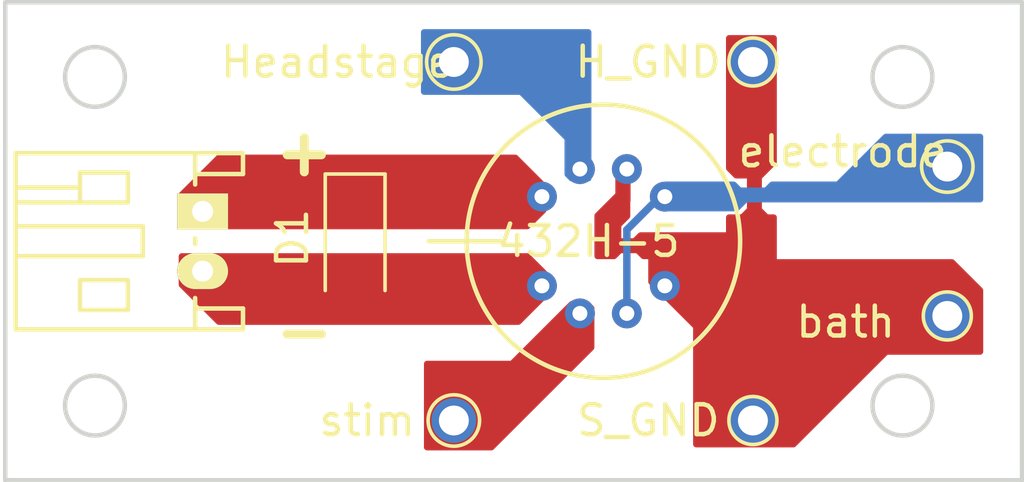
<source format=kicad_pcb>
(kicad_pcb (version 20171130) (host pcbnew 5.1.2)

  (general
    (thickness 1)
    (drawings 10)
    (tracks 35)
    (zones 0)
    (modules 9)
    (nets 7)
  )

  (page A4)
  (layers
    (0 F.Cu signal)
    (31 B.Cu signal)
    (32 B.Adhes user)
    (33 F.Adhes user)
    (34 B.Paste user)
    (35 F.Paste user)
    (36 B.SilkS user)
    (37 F.SilkS user)
    (38 B.Mask user)
    (39 F.Mask user)
    (40 Dwgs.User user)
    (41 Cmts.User user)
    (42 Eco1.User user)
    (43 Eco2.User user)
    (44 Edge.Cuts user)
    (45 Margin user)
    (46 B.CrtYd user)
    (47 F.CrtYd user)
    (48 B.Fab user)
    (49 F.Fab user)
  )

  (setup
    (last_trace_width 0.25)
    (trace_clearance 0.2)
    (zone_clearance 0.3)
    (zone_45_only yes)
    (trace_min 0.2)
    (via_size 0.8)
    (via_drill 0.4)
    (via_min_size 0.4)
    (via_min_drill 0.3)
    (uvia_size 0.3)
    (uvia_drill 0.1)
    (uvias_allowed no)
    (uvia_min_size 0.2)
    (uvia_min_drill 0.1)
    (edge_width 0.15)
    (segment_width 0.2)
    (pcb_text_width 0.3)
    (pcb_text_size 1.5 1.5)
    (mod_edge_width 0.15)
    (mod_text_size 1 1)
    (mod_text_width 0.15)
    (pad_size 1.5 1.5)
    (pad_drill 1)
    (pad_to_mask_clearance 0.2)
    (aux_axis_origin 164.2 104.3)
    (grid_origin 164.2 104.3)
    (visible_elements FFFFFF7F)
    (pcbplotparams
      (layerselection 0x010f0_80000001)
      (usegerberextensions false)
      (usegerberattributes false)
      (usegerberadvancedattributes false)
      (creategerberjobfile false)
      (excludeedgelayer true)
      (linewidth 0.100000)
      (plotframeref false)
      (viasonmask false)
      (mode 1)
      (useauxorigin true)
      (hpglpennumber 1)
      (hpglpenspeed 20)
      (hpglpendiameter 15.000000)
      (psnegative false)
      (psa4output false)
      (plotreference true)
      (plotvalue true)
      (plotinvisibletext false)
      (padsonsilk false)
      (subtractmaskfromsilk false)
      (outputformat 1)
      (mirror false)
      (drillshape 0)
      (scaleselection 1)
      (outputdirectory "gerber/"))
  )

  (net 0 "")
  (net 1 "Net-(P2-Pad1)")
  (net 2 "Net-(P3-Pad1)")
  (net 3 "Net-(P4-Pad1)")
  (net 4 "Net-(D1-Pad1)")
  (net 5 "Net-(D1-Pad2)")
  (net 6 "Net-(P5-Pad1)")

  (net_class Default "This is the default net class."
    (clearance 0.2)
    (trace_width 0.25)
    (via_dia 0.8)
    (via_drill 0.4)
    (uvia_dia 0.3)
    (uvia_drill 0.1)
    (add_net "Net-(D1-Pad1)")
    (add_net "Net-(D1-Pad2)")
    (add_net "Net-(P2-Pad1)")
    (add_net "Net-(P3-Pad1)")
    (add_net "Net-(P4-Pad1)")
    (add_net "Net-(P5-Pad1)")
  )

  (module Connectors:PINTST (layer F.Cu) (tedit 58B0B592) (tstamp 589A13AF)
    (at 159.2 110.3)
    (descr "module 1 pin (ou trou mecanique de percage)")
    (tags DEV)
    (path /589A128F)
    (fp_text reference P3 (at -1.85 -0.05 90) (layer F.SilkS) hide
      (effects (font (size 1 1) (thickness 0.15)))
    )
    (fp_text value stim (at -2.9 0) (layer F.SilkS)
      (effects (font (size 1 1) (thickness 0.15)))
    )
    (fp_circle (center 0 0) (end 1.1 0) (layer F.CrtYd) (width 0.05))
    (fp_circle (center 0 0) (end 0.6 0.6) (layer F.Fab) (width 0.1))
    (fp_circle (center 0 0) (end -0.4 -0.762) (layer F.SilkS) (width 0.12))
    (pad 1 thru_hole circle (at 0 0) (size 1.5 1.5) (drill 1) (layers *.Cu *.Mask)
      (net 2 "Net-(P3-Pad1)"))
    (model Connectors.3dshapes/PINTST.wrl
      (at (xyz 0 0 0))
      (scale (xyz 1 1 1))
      (rotate (xyz 0 0 0))
    )
  )

  (module Connectors:PINTST (layer F.Cu) (tedit 58B0BDF8) (tstamp 589A13B4)
    (at 175.7 101.8)
    (descr "module 1 pin (ou trou mecanique de percage)")
    (tags DEV)
    (path /589A1155)
    (fp_text reference P4 (at -1.85 0.05 90) (layer F.SilkS) hide
      (effects (font (size 1 1) (thickness 0.15)))
    )
    (fp_text value electrode (at -3.5 -0.5 180) (layer F.SilkS)
      (effects (font (size 1 1) (thickness 0.15)))
    )
    (fp_circle (center 0 0) (end 1.1 0) (layer F.CrtYd) (width 0.05))
    (fp_circle (center 0 0) (end 0.6 0.6) (layer F.Fab) (width 0.1))
    (fp_circle (center 0 0) (end -0.4 -0.762) (layer F.SilkS) (width 0.12))
    (pad 1 thru_hole circle (at 0 0) (size 1.5 1.5) (drill 1) (layers *.Cu *.Mask)
      (net 3 "Net-(P4-Pad1)"))
    (model Connectors.3dshapes/PINTST.wrl
      (at (xyz 0 0 0))
      (scale (xyz 1 1 1))
      (rotate (xyz 0 0 0))
    )
  )

  (module Connectors:PINTST (layer F.Cu) (tedit 58B0B5E2) (tstamp 589A13AA)
    (at 159.2 98.3)
    (descr "module 1 pin (ou trou mecanique de percage)")
    (tags DEV)
    (path /589A1240)
    (fp_text reference P2 (at 0 1.8) (layer F.SilkS) hide
      (effects (font (size 1 1) (thickness 0.15)))
    )
    (fp_text value Headstage (at -3.9 0) (layer F.SilkS)
      (effects (font (size 1 1) (thickness 0.15)))
    )
    (fp_circle (center 0 0) (end 1.1 0) (layer F.CrtYd) (width 0.05))
    (fp_circle (center 0 0) (end 0.6 0.6) (layer F.Fab) (width 0.1))
    (fp_circle (center 0 0) (end -0.5 -0.762) (layer F.SilkS) (width 0.12))
    (pad 1 thru_hole circle (at 0 0) (size 1.5 1.5) (drill 1) (layers *.Cu *.Mask)
      (net 1 "Net-(P2-Pad1)"))
    (model Connectors.3dshapes/PINTST.wrl
      (at (xyz 0 0 0))
      (scale (xyz 1 1 1))
      (rotate (xyz 0 0 0))
    )
  )

  (module Connectors_JST_PH:Connectors_JST_S2B-PH-K (layer F.Cu) (tedit 589B4FCB) (tstamp 589A13A5)
    (at 150.8 103.3 270)
    (descr "JST PH series connector, S2B-PH-K")
    (tags "connector jst ph")
    (path /589A0FCD)
    (fp_text reference P1 (at 2.45 1.7 270) (layer F.SilkS) hide
      (effects (font (size 1 1) (thickness 0.15)))
    )
    (fp_text value CONN_01X02 (at 5.8 2.05) (layer F.Fab) hide
      (effects (font (size 1 1) (thickness 0.15)))
    )
    (fp_line (start 0.5 6.25) (end 0.5 2) (layer F.SilkS) (width 0.15))
    (fp_line (start 0.5 2) (end 1.5 2) (layer F.SilkS) (width 0.15))
    (fp_line (start 1.5 2) (end 1.5 6.25) (layer F.SilkS) (width 0.15))
    (fp_line (start -0.9 0.25) (end -1.25 0.25) (layer F.SilkS) (width 0.15))
    (fp_line (start -1.25 0.25) (end -1.25 -1.35) (layer F.SilkS) (width 0.15))
    (fp_line (start -1.25 -1.35) (end -1.95 -1.35) (layer F.SilkS) (width 0.15))
    (fp_line (start -1.95 -1.35) (end -1.95 6.25) (layer F.SilkS) (width 0.15))
    (fp_line (start -1.95 6.25) (end 3.95 6.25) (layer F.SilkS) (width 0.15))
    (fp_line (start 3.95 6.25) (end 3.95 -1.35) (layer F.SilkS) (width 0.15))
    (fp_line (start 3.95 -1.35) (end 3.25 -1.35) (layer F.SilkS) (width 0.15))
    (fp_line (start 3.25 -1.35) (end 3.25 0.25) (layer F.SilkS) (width 0.15))
    (fp_line (start 3.25 0.25) (end 2.9 0.25) (layer F.SilkS) (width 0.15))
    (fp_line (start -1.95 0.25) (end -1.25 0.25) (layer F.SilkS) (width 0.15))
    (fp_line (start 3.95 0.25) (end 3.25 0.25) (layer F.SilkS) (width 0.15))
    (fp_line (start -1.3 2.5) (end -1.3 4.1) (layer F.SilkS) (width 0.15))
    (fp_line (start -1.3 4.1) (end -0.3 4.1) (layer F.SilkS) (width 0.15))
    (fp_line (start -0.3 4.1) (end -0.3 2.5) (layer F.SilkS) (width 0.15))
    (fp_line (start -0.3 2.5) (end -1.3 2.5) (layer F.SilkS) (width 0.15))
    (fp_line (start 3.3 2.5) (end 3.3 4.1) (layer F.SilkS) (width 0.15))
    (fp_line (start 3.3 4.1) (end 2.3 4.1) (layer F.SilkS) (width 0.15))
    (fp_line (start 2.3 4.1) (end 2.3 2.5) (layer F.SilkS) (width 0.15))
    (fp_line (start 2.3 2.5) (end 3.3 2.5) (layer F.SilkS) (width 0.15))
    (fp_line (start -0.3 4.1) (end -0.3 6.25) (layer F.SilkS) (width 0.15))
    (fp_line (start -0.8 4.1) (end -0.8 6.25) (layer F.SilkS) (width 0.15))
    (fp_line (start 0.9 0.25) (end 1.1 0.25) (layer F.SilkS) (width 0.15))
    (fp_line (start -2.45 6.75) (end -2.45 -1.85) (layer F.CrtYd) (width 0.05))
    (fp_line (start -2.45 -1.85) (end 4.45 -1.85) (layer F.CrtYd) (width 0.05))
    (fp_line (start 4.45 -1.85) (end 4.45 6.75) (layer F.CrtYd) (width 0.05))
    (fp_line (start 4.45 6.75) (end -2.45 6.75) (layer F.CrtYd) (width 0.05))
    (pad 1 thru_hole rect (at 0 0 270) (size 1.2 1.7) (drill 0.7) (layers *.Cu *.Mask F.SilkS)
      (net 4 "Net-(D1-Pad1)"))
    (pad 2 thru_hole oval (at 2 0 270) (size 1.2 1.7) (drill 0.7) (layers *.Cu *.Mask F.SilkS)
      (net 5 "Net-(D1-Pad2)"))
  )

  (module Diodes_SMD:D_SOD-123 (layer F.Cu) (tedit 58B0B557) (tstamp 58B0B16B)
    (at 155.9 104.3 270)
    (descr SOD-123)
    (tags SOD-123)
    (path /58B0AB4A)
    (attr smd)
    (fp_text reference D1 (at -0.1 2.1 270) (layer F.SilkS)
      (effects (font (size 1 1) (thickness 0.15)))
    )
    (fp_text value D (at 0 2.1 270) (layer F.Fab) hide
      (effects (font (size 1 1) (thickness 0.15)))
    )
    (fp_line (start -2.25 -1) (end -2.25 1) (layer F.SilkS) (width 0.12))
    (fp_line (start 0.25 0) (end 0.75 0) (layer F.Fab) (width 0.1))
    (fp_line (start 0.25 0.4) (end -0.35 0) (layer F.Fab) (width 0.1))
    (fp_line (start 0.25 -0.4) (end 0.25 0.4) (layer F.Fab) (width 0.1))
    (fp_line (start -0.35 0) (end 0.25 -0.4) (layer F.Fab) (width 0.1))
    (fp_line (start -0.35 0) (end -0.35 0.55) (layer F.Fab) (width 0.1))
    (fp_line (start -0.35 0) (end -0.35 -0.55) (layer F.Fab) (width 0.1))
    (fp_line (start -0.75 0) (end -0.35 0) (layer F.Fab) (width 0.1))
    (fp_line (start -1.4 0.9) (end -1.4 -0.9) (layer F.Fab) (width 0.1))
    (fp_line (start 1.4 0.9) (end -1.4 0.9) (layer F.Fab) (width 0.1))
    (fp_line (start 1.4 -0.9) (end 1.4 0.9) (layer F.Fab) (width 0.1))
    (fp_line (start -1.4 -0.9) (end 1.4 -0.9) (layer F.Fab) (width 0.1))
    (fp_line (start -2.35 -1.15) (end 2.35 -1.15) (layer F.CrtYd) (width 0.05))
    (fp_line (start 2.35 -1.15) (end 2.35 1.15) (layer F.CrtYd) (width 0.05))
    (fp_line (start 2.35 1.15) (end -2.35 1.15) (layer F.CrtYd) (width 0.05))
    (fp_line (start -2.35 -1.15) (end -2.35 1.15) (layer F.CrtYd) (width 0.05))
    (fp_line (start -2.25 1) (end 1.65 1) (layer F.SilkS) (width 0.12))
    (fp_line (start -2.25 -1) (end 1.65 -1) (layer F.SilkS) (width 0.12))
    (pad 1 smd rect (at -1.65 0 270) (size 0.9 1.2) (layers F.Cu F.Paste F.Mask)
      (net 4 "Net-(D1-Pad1)"))
    (pad 2 smd rect (at 1.65 0 270) (size 0.9 1.2) (layers F.Cu F.Paste F.Mask)
      (net 5 "Net-(D1-Pad2)"))
    (model ${KISYS3DMOD}/Diodes_SMD.3dshapes/D_SOD-123.wrl
      (at (xyz 0 0 0))
      (scale (xyz 1 1 1))
      (rotate (xyz 0 0 0))
    )
  )

  (module Connectors:PINTST (layer F.Cu) (tedit 58B0B649) (tstamp 58B0B170)
    (at 169.2 98.3)
    (descr "module 1 pin (ou trou mecanique de percage)")
    (tags DEV)
    (path /58B0B1EF)
    (fp_text reference P5 (at 0 -1.6) (layer F.SilkS) hide
      (effects (font (size 1 1) (thickness 0.15)))
    )
    (fp_text value H_GND (at -3.5 0) (layer F.SilkS)
      (effects (font (size 1 1) (thickness 0.15)))
    )
    (fp_circle (center 0 0) (end 1.1 0) (layer F.CrtYd) (width 0.05))
    (fp_circle (center 0 0) (end 0.4 0.6) (layer F.Fab) (width 0.1))
    (fp_circle (center 0 0) (end -0.254 -0.762) (layer F.SilkS) (width 0.12))
    (pad 1 thru_hole circle (at 0 0) (size 1.5 1.5) (drill 1) (layers *.Cu *.Mask)
      (net 6 "Net-(P5-Pad1)"))
    (model Connectors.3dshapes/PINTST.wrl
      (at (xyz 0 0 0))
      (scale (xyz 1 1 1))
      (rotate (xyz 0 0 0))
    )
  )

  (module Connectors:PINTST (layer F.Cu) (tedit 58B0B655) (tstamp 58B0B175)
    (at 175.7 106.8)
    (descr "module 1 pin (ou trou mecanique de percage)")
    (tags DEV)
    (path /58B0B114)
    (fp_text reference P6 (at 0 -1.6) (layer F.SilkS) hide
      (effects (font (size 1 1) (thickness 0.15)))
    )
    (fp_text value bath (at -3.4 0.2) (layer F.SilkS)
      (effects (font (size 1 1) (thickness 0.15)))
    )
    (fp_circle (center 0 0) (end 1.1 0) (layer F.CrtYd) (width 0.05))
    (fp_circle (center 0 0) (end 0.4 0.6) (layer F.Fab) (width 0.1))
    (fp_circle (center 0 0) (end -0.254 -0.762) (layer F.SilkS) (width 0.12))
    (pad 1 thru_hole circle (at 0 0) (size 1.5 1.5) (drill 1) (layers *.Cu *.Mask)
      (net 6 "Net-(P5-Pad1)"))
    (model Connectors.3dshapes/PINTST.wrl
      (at (xyz 0 0 0))
      (scale (xyz 1 1 1))
      (rotate (xyz 0 0 0))
    )
  )

  (module additional_devices:TO-5-8 (layer F.Cu) (tedit 58B0C1EC) (tstamp 58B0B176)
    (at 164.2 104.3 90)
    (path /58B0A7E6)
    (fp_text reference U1 (at -0.254 7.493 90) (layer F.SilkS) hide
      (effects (font (size 1 1) (thickness 0.15)))
    )
    (fp_text value 432H-5 (at 0 -0.5 180) (layer F.SilkS)
      (effects (font (size 1 1) (thickness 0.15)))
    )
    (fp_line (start 0 -3.429) (end 0 -5.842) (layer F.SilkS) (width 0.15))
    (fp_circle (center 0 0) (end 4.572 0) (layer F.SilkS) (width 0.15))
    (pad 8 thru_hole circle (at -1.492975 -2.054903 162) (size 1 1) (drill 0.5) (layers *.Cu *.Mask)
      (net 5 "Net-(D1-Pad2)"))
    (pad 7 thru_hole circle (at -2.415684 -0.784903 198) (size 1 1) (drill 0.5) (layers *.Cu *.Mask)
      (net 2 "Net-(P3-Pad1)"))
    (pad 6 thru_hole circle (at -2.415684 0.784903 234) (size 1 1) (drill 0.5) (layers *.Cu *.Mask)
      (net 3 "Net-(P4-Pad1)"))
    (pad 5 thru_hole circle (at -1.492975 2.054903 270) (size 1 1) (drill 0.5) (layers *.Cu *.Mask)
      (net 6 "Net-(P5-Pad1)"))
    (pad 4 thru_hole circle (at 1.492975 2.054903 342) (size 1 1) (drill 0.5) (layers *.Cu *.Mask)
      (net 3 "Net-(P4-Pad1)"))
    (pad 3 thru_hole circle (at 2.415684 0.784903 18) (size 1 1) (drill 0.5) (layers *.Cu *.Mask)
      (net 6 "Net-(P5-Pad1)"))
    (pad 2 thru_hole circle (at 2.415684 -0.784903 54) (size 1 1) (drill 0.5) (layers *.Cu *.Mask)
      (net 1 "Net-(P2-Pad1)"))
    (pad 1 thru_hole circle (at 1.492975 -2.054903 90) (size 1 1) (drill 0.5) (layers *.Cu *.Mask)
      (net 4 "Net-(D1-Pad1)"))
  )

  (module Connectors:PINTST (layer F.Cu) (tedit 58B0BE32) (tstamp 58B0BE1A)
    (at 169.2 110.3)
    (descr "module 1 pin (ou trou mecanique de percage)")
    (tags DEV)
    (path /58B0C020)
    (fp_text reference P7 (at 0 -1.6) (layer F.SilkS) hide
      (effects (font (size 1 1) (thickness 0.15)))
    )
    (fp_text value S_GND (at -3.5 0) (layer F.SilkS)
      (effects (font (size 1 1) (thickness 0.15)))
    )
    (fp_circle (center 0 0) (end 1.1 0) (layer F.CrtYd) (width 0.05))
    (fp_circle (center 0 0) (end 0.4 0.6) (layer F.Fab) (width 0.1))
    (fp_circle (center 0 0) (end -0.254 -0.762) (layer F.SilkS) (width 0.12))
    (pad 1 thru_hole circle (at 0 0) (size 1.5 1.5) (drill 1) (layers *.Cu *.Mask)
      (net 6 "Net-(P5-Pad1)"))
    (model Connectors.3dshapes/PINTST.wrl
      (at (xyz 0 0 0))
      (scale (xyz 1 1 1))
      (rotate (xyz 0 0 0))
    )
  )

  (gr_circle (center 147.2 109.8) (end 148.2 109.8) (layer Edge.Cuts) (width 0.15))
  (gr_circle (center 147.2 98.8) (end 148.2 98.8) (layer Edge.Cuts) (width 0.15))
  (gr_circle (center 174.2 109.8) (end 175.2 109.8) (layer Edge.Cuts) (width 0.15))
  (gr_circle (center 174.2 98.8) (end 175.2 98.8) (layer Edge.Cuts) (width 0.15))
  (gr_line (start 144.2 112.3) (end 144.2 96.3) (angle 90) (layer Edge.Cuts) (width 0.15))
  (gr_line (start 178.2 112.3) (end 144.2 112.3) (angle 90) (layer Edge.Cuts) (width 0.15))
  (gr_line (start 178.2 96.3) (end 178.2 112.3) (angle 90) (layer Edge.Cuts) (width 0.15))
  (gr_line (start 144.2 96.3) (end 178.2 96.3) (angle 90) (layer Edge.Cuts) (width 0.15))
  (gr_text - (at 154.2 107.3) (layer F.SilkS)
    (effects (font (size 1.5 1.5) (thickness 0.3)))
  )
  (gr_text + (at 154.2 101.3) (layer F.SilkS)
    (effects (font (size 1.5 1.5) (thickness 0.3)))
  )

  (segment (start 163.415097 101.884316) (end 163.415097 99.615097) (width 0.25) (layer B.Cu) (net 1))
  (segment (start 162.1 98.3) (end 159.2 98.3) (width 0.25) (layer B.Cu) (net 1) (tstamp 58B0B4CB))
  (segment (start 163.415097 99.615097) (end 162.1 98.3) (width 0.25) (layer B.Cu) (net 1) (tstamp 58B0B4C9))
  (segment (start 163.415097 106.715684) (end 163.384316 106.715684) (width 0.25) (layer F.Cu) (net 2))
  (segment (start 163.384316 106.715684) (end 159.8 110.3) (width 0.25) (layer F.Cu) (net 2) (tstamp 58B0B4DA))
  (segment (start 159.8 110.3) (end 159.2 110.3) (width 0.25) (layer F.Cu) (net 2) (tstamp 58B0B4E1))
  (segment (start 166.254903 102.807025) (end 166.092975 102.807025) (width 0.25) (layer B.Cu) (net 3))
  (segment (start 166.092975 102.807025) (end 164.984903 103.915097) (width 0.25) (layer B.Cu) (net 3) (tstamp 58B0BEAD))
  (segment (start 164.984903 103.915097) (end 164.984903 106.715684) (width 0.25) (layer B.Cu) (net 3) (tstamp 58B0BEB4))
  (segment (start 175.7 101.8) (end 174.7 101.8) (width 0.25) (layer B.Cu) (net 3))
  (segment (start 173.692975 102.807025) (end 166.254903 102.807025) (width 0.25) (layer B.Cu) (net 3) (tstamp 58B0BE64))
  (segment (start 174.7 101.8) (end 173.692975 102.807025) (width 0.25) (layer B.Cu) (net 3) (tstamp 58B0BE5F))
  (segment (start 162.145097 102.807025) (end 156.057025 102.807025) (width 0.25) (layer F.Cu) (net 4))
  (segment (start 156.057025 102.807025) (end 156.05 102.8) (width 0.25) (layer F.Cu) (net 4) (tstamp 58B0B415))
  (segment (start 156.05 102.8) (end 153.7 102.8) (width 0.25) (layer F.Cu) (net 4) (tstamp 58B0B417))
  (segment (start 153.7 102.8) (end 153.2 103.3) (width 0.25) (layer F.Cu) (net 4) (tstamp 58B0B41B))
  (segment (start 153.2 103.3) (end 150.8 103.3) (width 0.25) (layer F.Cu) (net 4) (tstamp 58B0B41C))
  (segment (start 162.145097 105.792975) (end 156.057025 105.792975) (width 0.25) (layer F.Cu) (net 5))
  (segment (start 156.057025 105.792975) (end 156.05 105.8) (width 0.25) (layer F.Cu) (net 5) (tstamp 58B0B420))
  (segment (start 156.05 105.8) (end 153.7 105.8) (width 0.25) (layer F.Cu) (net 5) (tstamp 58B0B423))
  (segment (start 153.7 105.8) (end 153.2 105.3) (width 0.25) (layer F.Cu) (net 5) (tstamp 58B0B42C))
  (segment (start 153.2 105.3) (end 150.8 105.3) (width 0.25) (layer F.Cu) (net 5) (tstamp 58B0B432))
  (segment (start 166.254903 105.792975) (end 166.254903 104.545097) (width 0.25) (layer F.Cu) (net 6))
  (segment (start 164.984903 102.915097) (end 164.984903 101.884316) (width 0.25) (layer F.Cu) (net 6) (tstamp 58B0BEDA))
  (segment (start 164.3 103.6) (end 164.984903 102.915097) (width 0.25) (layer F.Cu) (net 6) (tstamp 58B0BECF))
  (segment (start 164.3 104.4) (end 164.3 103.6) (width 0.25) (layer F.Cu) (net 6) (tstamp 58B0BECD))
  (segment (start 164.4 104.5) (end 164.3 104.4) (width 0.25) (layer F.Cu) (net 6) (tstamp 58B0BEC6))
  (segment (start 166.209806 104.5) (end 164.4 104.5) (width 0.25) (layer F.Cu) (net 6) (tstamp 58B0BEC4))
  (segment (start 166.254903 104.545097) (end 166.209806 104.5) (width 0.25) (layer F.Cu) (net 6) (tstamp 58B0BEC2))
  (segment (start 175.7 106.8) (end 169.2 106.8) (width 0.25) (layer F.Cu) (net 6))
  (segment (start 166.254903 105.792975) (end 169.2 105.792975) (width 0.25) (layer F.Cu) (net 6))
  (segment (start 169.2 105.792975) (end 169.2 105.8) (width 0.25) (layer F.Cu) (net 6) (tstamp 58B0BE75))
  (segment (start 169.2 110.3) (end 169.2 106.8) (width 0.25) (layer F.Cu) (net 6))
  (segment (start 169.2 106.8) (end 169.2 105.8) (width 0.25) (layer F.Cu) (net 6) (tstamp 58B0BE7C))
  (segment (start 169.2 105.8) (end 169.2 98.3) (width 0.25) (layer F.Cu) (net 6) (tstamp 58B0BE78))

  (zone (net 4) (net_name "Net-(D1-Pad1)") (layer F.Cu) (tstamp 58B0B440) (hatch edge 0.508)
    (connect_pads yes (clearance 0.3))
    (min_thickness 0.203)
    (fill yes (arc_segments 16) (thermal_gap 0.254) (thermal_bridge_width 0.205))
    (polygon
      (pts
        (xy 162.3 102.4) (xy 162.3 103.3) (xy 161.7 103.9) (xy 150 103.9) (xy 150 102.7)
        (xy 151.3 101.4) (xy 161.3 101.4)
      )
    )
    (filled_polygon
      (pts
        (xy 162.1985 102.442042) (xy 162.1985 103.257958) (xy 161.657958 103.7985) (xy 150.1015 103.7985) (xy 150.1015 102.742042)
        (xy 151.342042 101.5015) (xy 161.257958 101.5015)
      )
    )
  )
  (zone (net 5) (net_name "Net-(D1-Pad2)") (layer F.Cu) (tstamp 58B0B48B) (hatch edge 0.508)
    (connect_pads yes (clearance 0.3))
    (min_thickness 0.203)
    (fill yes (arc_segments 16) (thermal_gap 0.254) (thermal_bridge_width 0.205))
    (polygon
      (pts
        (xy 162.5 105.5) (xy 162.5 106) (xy 161.4 107.1) (xy 151.3 107.1) (xy 150 105.8)
        (xy 150 104.7) (xy 161.7 104.7)
      )
    )
    (filled_polygon
      (pts
        (xy 162.3985 105.542042) (xy 162.3985 105.957958) (xy 161.357958 106.9985) (xy 151.342042 106.9985) (xy 150.1015 105.757958)
        (xy 150.1015 104.8015) (xy 161.657958 104.8015)
      )
    )
  )
  (zone (net 2) (net_name "Net-(P3-Pad1)") (layer F.Cu) (tstamp 58B0B725) (hatch edge 0.508)
    (connect_pads yes (clearance 0.3))
    (min_thickness 0.203)
    (fill yes (arc_segments 16) (thermal_gap 0.254) (thermal_bridge_width 0.205))
    (polygon
      (pts
        (xy 163.1 106.3) (xy 161.1 108.3) (xy 158.2 108.3) (xy 158.2 111.3) (xy 160.5 111.3)
        (xy 163.9 107.9) (xy 163.9 106.5) (xy 163.7 106.3)
      )
    )
    (filled_polygon
      (pts
        (xy 163.7985 106.542042) (xy 163.7985 107.857958) (xy 160.457958 111.1985) (xy 158.3015 111.1985) (xy 158.3015 108.4015)
        (xy 161.1 108.4015) (xy 161.139489 108.393503) (xy 161.171771 108.371771) (xy 163.142042 106.4015) (xy 163.657958 106.4015)
      )
    )
  )
  (zone (net 1) (net_name "Net-(P2-Pad1)") (layer B.Cu) (tstamp 58B0BEFF) (hatch edge 0.508)
    (connect_pads yes (clearance 0.3))
    (min_thickness 0.203)
    (fill yes (arc_segments 16) (thermal_gap 0.254) (thermal_bridge_width 0.205))
    (polygon
      (pts
        (xy 163.8 102.3) (xy 163.1 102.3) (xy 162.9 102.1) (xy 162.9 100.9) (xy 161.4 99.4)
        (xy 158.1 99.4) (xy 158.1 97.2) (xy 163.8 97.2)
      )
    )
    (filled_polygon
      (pts
        (xy 163.6985 102.1985) (xy 163.142042 102.1985) (xy 163.0015 102.057958) (xy 163.0015 100.9) (xy 162.993503 100.860511)
        (xy 162.971771 100.828229) (xy 161.471771 99.328229) (xy 161.438194 99.30596) (xy 161.4 99.2985) (xy 158.2015 99.2985)
        (xy 158.2015 97.3015) (xy 163.6985 97.3015)
      )
    )
  )
  (zone (net 3) (net_name "Net-(P4-Pad1)") (layer B.Cu) (tstamp 58B0BF41) (hatch edge 0.508)
    (connect_pads yes (clearance 0.3))
    (min_thickness 0.203)
    (fill yes (arc_segments 16) (thermal_gap 0.254) (thermal_bridge_width 0.205))
    (polygon
      (pts
        (xy 169.6 102.5) (xy 169.8 102.3) (xy 172 102.3) (xy 173.6 100.7) (xy 176.9 100.7)
        (xy 176.9 103) (xy 169 103) (xy 168.7 103.3) (xy 166.2 103.3) (xy 166.2 102.3)
        (xy 168.6 102.3) (xy 168.8 102.5)
      )
    )
    (filled_polygon
      (pts
        (xy 176.7985 102.8985) (xy 169 102.8985) (xy 168.960511 102.906497) (xy 168.928229 102.928229) (xy 168.657958 103.1985)
        (xy 166.3015 103.1985) (xy 166.3015 102.4015) (xy 168.557958 102.4015) (xy 168.728229 102.571771) (xy 168.761806 102.59404)
        (xy 168.8 102.6015) (xy 169.6 102.6015) (xy 169.639489 102.593503) (xy 169.671771 102.571771) (xy 169.842042 102.4015)
        (xy 172 102.4015) (xy 172.039489 102.393503) (xy 172.071771 102.371771) (xy 173.642042 100.8015) (xy 176.7985 100.8015)
      )
    )
  )
  (zone (net 6) (net_name "Net-(P5-Pad1)") (layer F.Cu) (tstamp 58B0BF7F) (hatch edge 0.508)
    (connect_pads yes (clearance 0.3))
    (min_thickness 0.203)
    (fill yes (arc_segments 16) (thermal_gap 0.254) (thermal_bridge_width 0.205))
    (polygon
      (pts
        (xy 170 101.7) (xy 169.5 102.2) (xy 169.5 103.2) (xy 169.7 103.4) (xy 170 103.4)
        (xy 170 104.9) (xy 175.9 104.9) (xy 176.9 105.9) (xy 176.9 108.1) (xy 173.7 108.1)
        (xy 170.6 111.2) (xy 167.2 111.2) (xy 167.2 107.2) (xy 165.7 105.7) (xy 165.7 104.9)
        (xy 165.5 104.9) (xy 165.3 104.7) (xy 164.8 104.7) (xy 164.6 104.9) (xy 163.9 104.9)
        (xy 163.9 103.4) (xy 164.6 102.7) (xy 164.6 101.6) (xy 165.1 101.6) (xy 165.1 103.5)
        (xy 164.8 103.8) (xy 164.8 104.2) (xy 165.2 104.2) (xy 165.4 104) (xy 168.3 104)
        (xy 168.3 103.4) (xy 168.8 103.4) (xy 169 103.2) (xy 169 102.2) (xy 168.6 102.2)
        (xy 168.3 101.9) (xy 168.3 97.4) (xy 170 97.4)
      )
    )
    (filled_polygon
      (pts
        (xy 169.8985 101.657958) (xy 169.428229 102.128229) (xy 169.40596 102.161806) (xy 169.3985 102.2) (xy 169.3985 103.2)
        (xy 169.406497 103.239489) (xy 169.428229 103.271771) (xy 169.628229 103.471771) (xy 169.661806 103.49404) (xy 169.7 103.5015)
        (xy 169.8985 103.5015) (xy 169.8985 104.9) (xy 169.906497 104.939489) (xy 169.929227 104.972756) (xy 169.963109 104.994559)
        (xy 170 105.0015) (xy 175.857958 105.0015) (xy 176.7985 105.942042) (xy 176.7985 107.9985) (xy 173.7 107.9985)
        (xy 173.660511 108.006497) (xy 173.628229 108.028229) (xy 170.557958 111.0985) (xy 167.3015 111.0985) (xy 167.3015 107.2)
        (xy 167.293503 107.160511) (xy 167.271771 107.128229) (xy 165.8015 105.657958) (xy 165.8015 104.9) (xy 165.793503 104.860511)
        (xy 165.770773 104.827244) (xy 165.736891 104.805441) (xy 165.7 104.7985) (xy 165.542042 104.7985) (xy 165.371771 104.628229)
        (xy 165.338194 104.60596) (xy 165.3 104.5985) (xy 164.8 104.5985) (xy 164.760511 104.606497) (xy 164.728229 104.628229)
        (xy 164.557958 104.7985) (xy 164.0015 104.7985) (xy 164.0015 103.442042) (xy 164.671771 102.771771) (xy 164.69404 102.738194)
        (xy 164.7015 102.7) (xy 164.7015 101.7015) (xy 164.9985 101.7015) (xy 164.9985 103.457958) (xy 164.728229 103.728229)
        (xy 164.70596 103.761806) (xy 164.6985 103.8) (xy 164.6985 104.2) (xy 164.706497 104.239489) (xy 164.729227 104.272756)
        (xy 164.763109 104.294559) (xy 164.8 104.3015) (xy 165.2 104.3015) (xy 165.239489 104.293503) (xy 165.271771 104.271771)
        (xy 165.442042 104.1015) (xy 168.3 104.1015) (xy 168.339489 104.093503) (xy 168.372756 104.070773) (xy 168.394559 104.036891)
        (xy 168.4015 104) (xy 168.4015 103.5015) (xy 168.8 103.5015) (xy 168.839489 103.493503) (xy 168.871771 103.471771)
        (xy 169.071771 103.271771) (xy 169.09404 103.238194) (xy 169.1015 103.2) (xy 169.1015 102.2) (xy 169.093503 102.160511)
        (xy 169.070773 102.127244) (xy 169.036891 102.105441) (xy 169 102.0985) (xy 168.642042 102.0985) (xy 168.4015 101.857958)
        (xy 168.4015 97.5015) (xy 169.8985 97.5015)
      )
    )
  )
)

</source>
